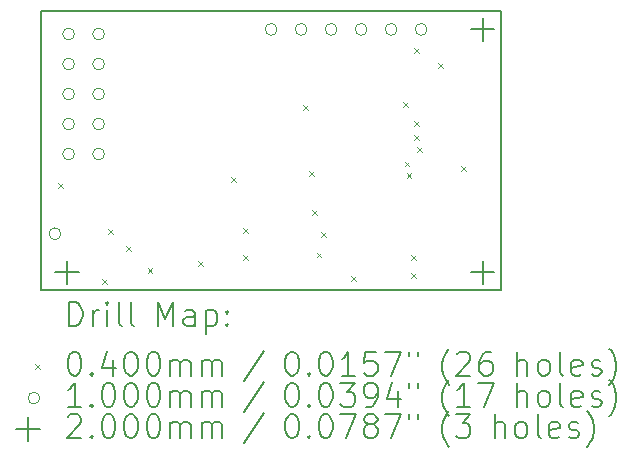
<source format=gbr>
%TF.GenerationSoftware,KiCad,Pcbnew,(7.0.0)*%
%TF.CreationDate,2023-08-21T19:51:53+02:00*%
%TF.ProjectId,s3Basic,73334261-7369-4632-9e6b-696361645f70,rev?*%
%TF.SameCoordinates,Original*%
%TF.FileFunction,Drillmap*%
%TF.FilePolarity,Positive*%
%FSLAX45Y45*%
G04 Gerber Fmt 4.5, Leading zero omitted, Abs format (unit mm)*
G04 Created by KiCad (PCBNEW (7.0.0)) date 2023-08-21 19:51:53*
%MOMM*%
%LPD*%
G01*
G04 APERTURE LIST*
%ADD10C,0.150000*%
%ADD11C,0.200000*%
%ADD12C,0.040000*%
%ADD13C,0.100000*%
G04 APERTURE END LIST*
D10*
X8400000Y-9169400D02*
X12300000Y-9169400D01*
X12300000Y-6807200D02*
X12300000Y-9169400D01*
X8400000Y-9169400D02*
X8400000Y-6807200D01*
X8400000Y-6807200D02*
X12300000Y-6807200D01*
D11*
D12*
X8550000Y-8260000D02*
X8590000Y-8300000D01*
X8590000Y-8260000D02*
X8550000Y-8300000D01*
X8920800Y-9073200D02*
X8960800Y-9113200D01*
X8960800Y-9073200D02*
X8920800Y-9113200D01*
X8970000Y-8650000D02*
X9010000Y-8690000D01*
X9010000Y-8650000D02*
X8970000Y-8690000D01*
X9124000Y-8793800D02*
X9164000Y-8833800D01*
X9164000Y-8793800D02*
X9124000Y-8833800D01*
X9304319Y-8979269D02*
X9344319Y-9019269D01*
X9344319Y-8979269D02*
X9304319Y-9019269D01*
X9733600Y-8920800D02*
X9773600Y-8960800D01*
X9773600Y-8920800D02*
X9733600Y-8960800D01*
X10013000Y-8209600D02*
X10053000Y-8249600D01*
X10053000Y-8209600D02*
X10013000Y-8249600D01*
X10114600Y-8641400D02*
X10154600Y-8681400D01*
X10154600Y-8641400D02*
X10114600Y-8681400D01*
X10114600Y-8870000D02*
X10154600Y-8910000D01*
X10154600Y-8870000D02*
X10114600Y-8910000D01*
X10622600Y-7600000D02*
X10662600Y-7640000D01*
X10662600Y-7600000D02*
X10622600Y-7640000D01*
X10673400Y-8158800D02*
X10713400Y-8198800D01*
X10713400Y-8158800D02*
X10673400Y-8198800D01*
X10698800Y-8489000D02*
X10738800Y-8529000D01*
X10738800Y-8489000D02*
X10698800Y-8529000D01*
X10736900Y-8849600D02*
X10776900Y-8889600D01*
X10776900Y-8849600D02*
X10736900Y-8889600D01*
X10775000Y-8673800D02*
X10815000Y-8713800D01*
X10815000Y-8673800D02*
X10775000Y-8713800D01*
X11029000Y-9047800D02*
X11069000Y-9087800D01*
X11069000Y-9047800D02*
X11029000Y-9087800D01*
X11465412Y-7574176D02*
X11505412Y-7614176D01*
X11505412Y-7574176D02*
X11465412Y-7614176D01*
X11481745Y-8079804D02*
X11521745Y-8119804D01*
X11521745Y-8079804D02*
X11481745Y-8119804D01*
X11497352Y-8178579D02*
X11537352Y-8218579D01*
X11537352Y-8178579D02*
X11497352Y-8218579D01*
X11537000Y-8870000D02*
X11577000Y-8910000D01*
X11577000Y-8870000D02*
X11537000Y-8910000D01*
X11537000Y-9022400D02*
X11577000Y-9062400D01*
X11577000Y-9022400D02*
X11537000Y-9062400D01*
X11562400Y-7117400D02*
X11602400Y-7157400D01*
X11602400Y-7117400D02*
X11562400Y-7157400D01*
X11562400Y-7735400D02*
X11602400Y-7775400D01*
X11602400Y-7735400D02*
X11562400Y-7775400D01*
X11562400Y-7854000D02*
X11602400Y-7894000D01*
X11602400Y-7854000D02*
X11562400Y-7894000D01*
X11586771Y-7959408D02*
X11626771Y-7999408D01*
X11626771Y-7959408D02*
X11586771Y-7999408D01*
X11765600Y-7244400D02*
X11805600Y-7284400D01*
X11805600Y-7244400D02*
X11765600Y-7284400D01*
X11961400Y-8115400D02*
X12001400Y-8155400D01*
X12001400Y-8115400D02*
X11961400Y-8155400D01*
D13*
X8570000Y-8690000D02*
G75*
G03*
X8570000Y-8690000I-50000J0D01*
G01*
X8686000Y-7000000D02*
G75*
G03*
X8686000Y-7000000I-50000J0D01*
G01*
X8686000Y-7254000D02*
G75*
G03*
X8686000Y-7254000I-50000J0D01*
G01*
X8686000Y-7508000D02*
G75*
G03*
X8686000Y-7508000I-50000J0D01*
G01*
X8686000Y-7762000D02*
G75*
G03*
X8686000Y-7762000I-50000J0D01*
G01*
X8686000Y-8016000D02*
G75*
G03*
X8686000Y-8016000I-50000J0D01*
G01*
X8940000Y-7000000D02*
G75*
G03*
X8940000Y-7000000I-50000J0D01*
G01*
X8940000Y-7254000D02*
G75*
G03*
X8940000Y-7254000I-50000J0D01*
G01*
X8940000Y-7508000D02*
G75*
G03*
X8940000Y-7508000I-50000J0D01*
G01*
X8940000Y-7762000D02*
G75*
G03*
X8940000Y-7762000I-50000J0D01*
G01*
X8940000Y-8016000D02*
G75*
G03*
X8940000Y-8016000I-50000J0D01*
G01*
X10400000Y-6959600D02*
G75*
G03*
X10400000Y-6959600I-50000J0D01*
G01*
X10654000Y-6959600D02*
G75*
G03*
X10654000Y-6959600I-50000J0D01*
G01*
X10908000Y-6959600D02*
G75*
G03*
X10908000Y-6959600I-50000J0D01*
G01*
X11162000Y-6959600D02*
G75*
G03*
X11162000Y-6959600I-50000J0D01*
G01*
X11416000Y-6959600D02*
G75*
G03*
X11416000Y-6959600I-50000J0D01*
G01*
X11670000Y-6959600D02*
G75*
G03*
X11670000Y-6959600I-50000J0D01*
G01*
D11*
X8620000Y-8917000D02*
X8620000Y-9117000D01*
X8520000Y-9017000D02*
X8720000Y-9017000D01*
X12141200Y-6859600D02*
X12141200Y-7059600D01*
X12041200Y-6959600D02*
X12241200Y-6959600D01*
X12141200Y-8917000D02*
X12141200Y-9117000D01*
X12041200Y-9017000D02*
X12241200Y-9017000D01*
X8640119Y-9470376D02*
X8640119Y-9270376D01*
X8640119Y-9270376D02*
X8687738Y-9270376D01*
X8687738Y-9270376D02*
X8716310Y-9279900D01*
X8716310Y-9279900D02*
X8735357Y-9298948D01*
X8735357Y-9298948D02*
X8744881Y-9317995D01*
X8744881Y-9317995D02*
X8754405Y-9356090D01*
X8754405Y-9356090D02*
X8754405Y-9384662D01*
X8754405Y-9384662D02*
X8744881Y-9422757D01*
X8744881Y-9422757D02*
X8735357Y-9441805D01*
X8735357Y-9441805D02*
X8716310Y-9460852D01*
X8716310Y-9460852D02*
X8687738Y-9470376D01*
X8687738Y-9470376D02*
X8640119Y-9470376D01*
X8840119Y-9470376D02*
X8840119Y-9337043D01*
X8840119Y-9375138D02*
X8849643Y-9356090D01*
X8849643Y-9356090D02*
X8859167Y-9346567D01*
X8859167Y-9346567D02*
X8878214Y-9337043D01*
X8878214Y-9337043D02*
X8897262Y-9337043D01*
X8963929Y-9470376D02*
X8963929Y-9337043D01*
X8963929Y-9270376D02*
X8954405Y-9279900D01*
X8954405Y-9279900D02*
X8963929Y-9289424D01*
X8963929Y-9289424D02*
X8973452Y-9279900D01*
X8973452Y-9279900D02*
X8963929Y-9270376D01*
X8963929Y-9270376D02*
X8963929Y-9289424D01*
X9087738Y-9470376D02*
X9068690Y-9460852D01*
X9068690Y-9460852D02*
X9059167Y-9441805D01*
X9059167Y-9441805D02*
X9059167Y-9270376D01*
X9192500Y-9470376D02*
X9173452Y-9460852D01*
X9173452Y-9460852D02*
X9163929Y-9441805D01*
X9163929Y-9441805D02*
X9163929Y-9270376D01*
X9388690Y-9470376D02*
X9388690Y-9270376D01*
X9388690Y-9270376D02*
X9455357Y-9413233D01*
X9455357Y-9413233D02*
X9522024Y-9270376D01*
X9522024Y-9270376D02*
X9522024Y-9470376D01*
X9702976Y-9470376D02*
X9702976Y-9365614D01*
X9702976Y-9365614D02*
X9693452Y-9346567D01*
X9693452Y-9346567D02*
X9674405Y-9337043D01*
X9674405Y-9337043D02*
X9636309Y-9337043D01*
X9636309Y-9337043D02*
X9617262Y-9346567D01*
X9702976Y-9460852D02*
X9683929Y-9470376D01*
X9683929Y-9470376D02*
X9636309Y-9470376D01*
X9636309Y-9470376D02*
X9617262Y-9460852D01*
X9617262Y-9460852D02*
X9607738Y-9441805D01*
X9607738Y-9441805D02*
X9607738Y-9422757D01*
X9607738Y-9422757D02*
X9617262Y-9403710D01*
X9617262Y-9403710D02*
X9636309Y-9394186D01*
X9636309Y-9394186D02*
X9683929Y-9394186D01*
X9683929Y-9394186D02*
X9702976Y-9384662D01*
X9798214Y-9337043D02*
X9798214Y-9537043D01*
X9798214Y-9346567D02*
X9817262Y-9337043D01*
X9817262Y-9337043D02*
X9855357Y-9337043D01*
X9855357Y-9337043D02*
X9874405Y-9346567D01*
X9874405Y-9346567D02*
X9883929Y-9356090D01*
X9883929Y-9356090D02*
X9893452Y-9375138D01*
X9893452Y-9375138D02*
X9893452Y-9432281D01*
X9893452Y-9432281D02*
X9883929Y-9451329D01*
X9883929Y-9451329D02*
X9874405Y-9460852D01*
X9874405Y-9460852D02*
X9855357Y-9470376D01*
X9855357Y-9470376D02*
X9817262Y-9470376D01*
X9817262Y-9470376D02*
X9798214Y-9460852D01*
X9979167Y-9451329D02*
X9988690Y-9460852D01*
X9988690Y-9460852D02*
X9979167Y-9470376D01*
X9979167Y-9470376D02*
X9969643Y-9460852D01*
X9969643Y-9460852D02*
X9979167Y-9451329D01*
X9979167Y-9451329D02*
X9979167Y-9470376D01*
X9979167Y-9346567D02*
X9988690Y-9356090D01*
X9988690Y-9356090D02*
X9979167Y-9365614D01*
X9979167Y-9365614D02*
X9969643Y-9356090D01*
X9969643Y-9356090D02*
X9979167Y-9346567D01*
X9979167Y-9346567D02*
X9979167Y-9365614D01*
D12*
X8352500Y-9796900D02*
X8392500Y-9836900D01*
X8392500Y-9796900D02*
X8352500Y-9836900D01*
D11*
X8678214Y-9690376D02*
X8697262Y-9690376D01*
X8697262Y-9690376D02*
X8716310Y-9699900D01*
X8716310Y-9699900D02*
X8725833Y-9709424D01*
X8725833Y-9709424D02*
X8735357Y-9728471D01*
X8735357Y-9728471D02*
X8744881Y-9766567D01*
X8744881Y-9766567D02*
X8744881Y-9814186D01*
X8744881Y-9814186D02*
X8735357Y-9852281D01*
X8735357Y-9852281D02*
X8725833Y-9871329D01*
X8725833Y-9871329D02*
X8716310Y-9880852D01*
X8716310Y-9880852D02*
X8697262Y-9890376D01*
X8697262Y-9890376D02*
X8678214Y-9890376D01*
X8678214Y-9890376D02*
X8659167Y-9880852D01*
X8659167Y-9880852D02*
X8649643Y-9871329D01*
X8649643Y-9871329D02*
X8640119Y-9852281D01*
X8640119Y-9852281D02*
X8630595Y-9814186D01*
X8630595Y-9814186D02*
X8630595Y-9766567D01*
X8630595Y-9766567D02*
X8640119Y-9728471D01*
X8640119Y-9728471D02*
X8649643Y-9709424D01*
X8649643Y-9709424D02*
X8659167Y-9699900D01*
X8659167Y-9699900D02*
X8678214Y-9690376D01*
X8830595Y-9871329D02*
X8840119Y-9880852D01*
X8840119Y-9880852D02*
X8830595Y-9890376D01*
X8830595Y-9890376D02*
X8821071Y-9880852D01*
X8821071Y-9880852D02*
X8830595Y-9871329D01*
X8830595Y-9871329D02*
X8830595Y-9890376D01*
X9011548Y-9757043D02*
X9011548Y-9890376D01*
X8963929Y-9680852D02*
X8916310Y-9823710D01*
X8916310Y-9823710D02*
X9040119Y-9823710D01*
X9154405Y-9690376D02*
X9173452Y-9690376D01*
X9173452Y-9690376D02*
X9192500Y-9699900D01*
X9192500Y-9699900D02*
X9202024Y-9709424D01*
X9202024Y-9709424D02*
X9211548Y-9728471D01*
X9211548Y-9728471D02*
X9221071Y-9766567D01*
X9221071Y-9766567D02*
X9221071Y-9814186D01*
X9221071Y-9814186D02*
X9211548Y-9852281D01*
X9211548Y-9852281D02*
X9202024Y-9871329D01*
X9202024Y-9871329D02*
X9192500Y-9880852D01*
X9192500Y-9880852D02*
X9173452Y-9890376D01*
X9173452Y-9890376D02*
X9154405Y-9890376D01*
X9154405Y-9890376D02*
X9135357Y-9880852D01*
X9135357Y-9880852D02*
X9125833Y-9871329D01*
X9125833Y-9871329D02*
X9116310Y-9852281D01*
X9116310Y-9852281D02*
X9106786Y-9814186D01*
X9106786Y-9814186D02*
X9106786Y-9766567D01*
X9106786Y-9766567D02*
X9116310Y-9728471D01*
X9116310Y-9728471D02*
X9125833Y-9709424D01*
X9125833Y-9709424D02*
X9135357Y-9699900D01*
X9135357Y-9699900D02*
X9154405Y-9690376D01*
X9344881Y-9690376D02*
X9363929Y-9690376D01*
X9363929Y-9690376D02*
X9382976Y-9699900D01*
X9382976Y-9699900D02*
X9392500Y-9709424D01*
X9392500Y-9709424D02*
X9402024Y-9728471D01*
X9402024Y-9728471D02*
X9411548Y-9766567D01*
X9411548Y-9766567D02*
X9411548Y-9814186D01*
X9411548Y-9814186D02*
X9402024Y-9852281D01*
X9402024Y-9852281D02*
X9392500Y-9871329D01*
X9392500Y-9871329D02*
X9382976Y-9880852D01*
X9382976Y-9880852D02*
X9363929Y-9890376D01*
X9363929Y-9890376D02*
X9344881Y-9890376D01*
X9344881Y-9890376D02*
X9325833Y-9880852D01*
X9325833Y-9880852D02*
X9316310Y-9871329D01*
X9316310Y-9871329D02*
X9306786Y-9852281D01*
X9306786Y-9852281D02*
X9297262Y-9814186D01*
X9297262Y-9814186D02*
X9297262Y-9766567D01*
X9297262Y-9766567D02*
X9306786Y-9728471D01*
X9306786Y-9728471D02*
X9316310Y-9709424D01*
X9316310Y-9709424D02*
X9325833Y-9699900D01*
X9325833Y-9699900D02*
X9344881Y-9690376D01*
X9497262Y-9890376D02*
X9497262Y-9757043D01*
X9497262Y-9776090D02*
X9506786Y-9766567D01*
X9506786Y-9766567D02*
X9525833Y-9757043D01*
X9525833Y-9757043D02*
X9554405Y-9757043D01*
X9554405Y-9757043D02*
X9573452Y-9766567D01*
X9573452Y-9766567D02*
X9582976Y-9785614D01*
X9582976Y-9785614D02*
X9582976Y-9890376D01*
X9582976Y-9785614D02*
X9592500Y-9766567D01*
X9592500Y-9766567D02*
X9611548Y-9757043D01*
X9611548Y-9757043D02*
X9640119Y-9757043D01*
X9640119Y-9757043D02*
X9659167Y-9766567D01*
X9659167Y-9766567D02*
X9668691Y-9785614D01*
X9668691Y-9785614D02*
X9668691Y-9890376D01*
X9763929Y-9890376D02*
X9763929Y-9757043D01*
X9763929Y-9776090D02*
X9773452Y-9766567D01*
X9773452Y-9766567D02*
X9792500Y-9757043D01*
X9792500Y-9757043D02*
X9821072Y-9757043D01*
X9821072Y-9757043D02*
X9840119Y-9766567D01*
X9840119Y-9766567D02*
X9849643Y-9785614D01*
X9849643Y-9785614D02*
X9849643Y-9890376D01*
X9849643Y-9785614D02*
X9859167Y-9766567D01*
X9859167Y-9766567D02*
X9878214Y-9757043D01*
X9878214Y-9757043D02*
X9906786Y-9757043D01*
X9906786Y-9757043D02*
X9925833Y-9766567D01*
X9925833Y-9766567D02*
X9935357Y-9785614D01*
X9935357Y-9785614D02*
X9935357Y-9890376D01*
X10293452Y-9680852D02*
X10122024Y-9937995D01*
X10518214Y-9690376D02*
X10537262Y-9690376D01*
X10537262Y-9690376D02*
X10556310Y-9699900D01*
X10556310Y-9699900D02*
X10565833Y-9709424D01*
X10565833Y-9709424D02*
X10575357Y-9728471D01*
X10575357Y-9728471D02*
X10584881Y-9766567D01*
X10584881Y-9766567D02*
X10584881Y-9814186D01*
X10584881Y-9814186D02*
X10575357Y-9852281D01*
X10575357Y-9852281D02*
X10565833Y-9871329D01*
X10565833Y-9871329D02*
X10556310Y-9880852D01*
X10556310Y-9880852D02*
X10537262Y-9890376D01*
X10537262Y-9890376D02*
X10518214Y-9890376D01*
X10518214Y-9890376D02*
X10499167Y-9880852D01*
X10499167Y-9880852D02*
X10489643Y-9871329D01*
X10489643Y-9871329D02*
X10480119Y-9852281D01*
X10480119Y-9852281D02*
X10470595Y-9814186D01*
X10470595Y-9814186D02*
X10470595Y-9766567D01*
X10470595Y-9766567D02*
X10480119Y-9728471D01*
X10480119Y-9728471D02*
X10489643Y-9709424D01*
X10489643Y-9709424D02*
X10499167Y-9699900D01*
X10499167Y-9699900D02*
X10518214Y-9690376D01*
X10670595Y-9871329D02*
X10680119Y-9880852D01*
X10680119Y-9880852D02*
X10670595Y-9890376D01*
X10670595Y-9890376D02*
X10661072Y-9880852D01*
X10661072Y-9880852D02*
X10670595Y-9871329D01*
X10670595Y-9871329D02*
X10670595Y-9890376D01*
X10803929Y-9690376D02*
X10822976Y-9690376D01*
X10822976Y-9690376D02*
X10842024Y-9699900D01*
X10842024Y-9699900D02*
X10851548Y-9709424D01*
X10851548Y-9709424D02*
X10861072Y-9728471D01*
X10861072Y-9728471D02*
X10870595Y-9766567D01*
X10870595Y-9766567D02*
X10870595Y-9814186D01*
X10870595Y-9814186D02*
X10861072Y-9852281D01*
X10861072Y-9852281D02*
X10851548Y-9871329D01*
X10851548Y-9871329D02*
X10842024Y-9880852D01*
X10842024Y-9880852D02*
X10822976Y-9890376D01*
X10822976Y-9890376D02*
X10803929Y-9890376D01*
X10803929Y-9890376D02*
X10784881Y-9880852D01*
X10784881Y-9880852D02*
X10775357Y-9871329D01*
X10775357Y-9871329D02*
X10765833Y-9852281D01*
X10765833Y-9852281D02*
X10756310Y-9814186D01*
X10756310Y-9814186D02*
X10756310Y-9766567D01*
X10756310Y-9766567D02*
X10765833Y-9728471D01*
X10765833Y-9728471D02*
X10775357Y-9709424D01*
X10775357Y-9709424D02*
X10784881Y-9699900D01*
X10784881Y-9699900D02*
X10803929Y-9690376D01*
X11061072Y-9890376D02*
X10946786Y-9890376D01*
X11003929Y-9890376D02*
X11003929Y-9690376D01*
X11003929Y-9690376D02*
X10984881Y-9718948D01*
X10984881Y-9718948D02*
X10965833Y-9737995D01*
X10965833Y-9737995D02*
X10946786Y-9747519D01*
X11242024Y-9690376D02*
X11146786Y-9690376D01*
X11146786Y-9690376D02*
X11137262Y-9785614D01*
X11137262Y-9785614D02*
X11146786Y-9776090D01*
X11146786Y-9776090D02*
X11165833Y-9766567D01*
X11165833Y-9766567D02*
X11213452Y-9766567D01*
X11213452Y-9766567D02*
X11232500Y-9776090D01*
X11232500Y-9776090D02*
X11242024Y-9785614D01*
X11242024Y-9785614D02*
X11251548Y-9804662D01*
X11251548Y-9804662D02*
X11251548Y-9852281D01*
X11251548Y-9852281D02*
X11242024Y-9871329D01*
X11242024Y-9871329D02*
X11232500Y-9880852D01*
X11232500Y-9880852D02*
X11213452Y-9890376D01*
X11213452Y-9890376D02*
X11165833Y-9890376D01*
X11165833Y-9890376D02*
X11146786Y-9880852D01*
X11146786Y-9880852D02*
X11137262Y-9871329D01*
X11318214Y-9690376D02*
X11451548Y-9690376D01*
X11451548Y-9690376D02*
X11365833Y-9890376D01*
X11518214Y-9690376D02*
X11518214Y-9728471D01*
X11594405Y-9690376D02*
X11594405Y-9728471D01*
X11857262Y-9966567D02*
X11847738Y-9957043D01*
X11847738Y-9957043D02*
X11828691Y-9928471D01*
X11828691Y-9928471D02*
X11819167Y-9909424D01*
X11819167Y-9909424D02*
X11809643Y-9880852D01*
X11809643Y-9880852D02*
X11800119Y-9833233D01*
X11800119Y-9833233D02*
X11800119Y-9795138D01*
X11800119Y-9795138D02*
X11809643Y-9747519D01*
X11809643Y-9747519D02*
X11819167Y-9718948D01*
X11819167Y-9718948D02*
X11828691Y-9699900D01*
X11828691Y-9699900D02*
X11847738Y-9671329D01*
X11847738Y-9671329D02*
X11857262Y-9661805D01*
X11923929Y-9709424D02*
X11933452Y-9699900D01*
X11933452Y-9699900D02*
X11952500Y-9690376D01*
X11952500Y-9690376D02*
X12000119Y-9690376D01*
X12000119Y-9690376D02*
X12019167Y-9699900D01*
X12019167Y-9699900D02*
X12028691Y-9709424D01*
X12028691Y-9709424D02*
X12038214Y-9728471D01*
X12038214Y-9728471D02*
X12038214Y-9747519D01*
X12038214Y-9747519D02*
X12028691Y-9776090D01*
X12028691Y-9776090D02*
X11914405Y-9890376D01*
X11914405Y-9890376D02*
X12038214Y-9890376D01*
X12209643Y-9690376D02*
X12171548Y-9690376D01*
X12171548Y-9690376D02*
X12152500Y-9699900D01*
X12152500Y-9699900D02*
X12142976Y-9709424D01*
X12142976Y-9709424D02*
X12123929Y-9737995D01*
X12123929Y-9737995D02*
X12114405Y-9776090D01*
X12114405Y-9776090D02*
X12114405Y-9852281D01*
X12114405Y-9852281D02*
X12123929Y-9871329D01*
X12123929Y-9871329D02*
X12133452Y-9880852D01*
X12133452Y-9880852D02*
X12152500Y-9890376D01*
X12152500Y-9890376D02*
X12190595Y-9890376D01*
X12190595Y-9890376D02*
X12209643Y-9880852D01*
X12209643Y-9880852D02*
X12219167Y-9871329D01*
X12219167Y-9871329D02*
X12228691Y-9852281D01*
X12228691Y-9852281D02*
X12228691Y-9804662D01*
X12228691Y-9804662D02*
X12219167Y-9785614D01*
X12219167Y-9785614D02*
X12209643Y-9776090D01*
X12209643Y-9776090D02*
X12190595Y-9766567D01*
X12190595Y-9766567D02*
X12152500Y-9766567D01*
X12152500Y-9766567D02*
X12133452Y-9776090D01*
X12133452Y-9776090D02*
X12123929Y-9785614D01*
X12123929Y-9785614D02*
X12114405Y-9804662D01*
X12434405Y-9890376D02*
X12434405Y-9690376D01*
X12520119Y-9890376D02*
X12520119Y-9785614D01*
X12520119Y-9785614D02*
X12510595Y-9766567D01*
X12510595Y-9766567D02*
X12491548Y-9757043D01*
X12491548Y-9757043D02*
X12462976Y-9757043D01*
X12462976Y-9757043D02*
X12443929Y-9766567D01*
X12443929Y-9766567D02*
X12434405Y-9776090D01*
X12643929Y-9890376D02*
X12624881Y-9880852D01*
X12624881Y-9880852D02*
X12615357Y-9871329D01*
X12615357Y-9871329D02*
X12605833Y-9852281D01*
X12605833Y-9852281D02*
X12605833Y-9795138D01*
X12605833Y-9795138D02*
X12615357Y-9776090D01*
X12615357Y-9776090D02*
X12624881Y-9766567D01*
X12624881Y-9766567D02*
X12643929Y-9757043D01*
X12643929Y-9757043D02*
X12672500Y-9757043D01*
X12672500Y-9757043D02*
X12691548Y-9766567D01*
X12691548Y-9766567D02*
X12701072Y-9776090D01*
X12701072Y-9776090D02*
X12710595Y-9795138D01*
X12710595Y-9795138D02*
X12710595Y-9852281D01*
X12710595Y-9852281D02*
X12701072Y-9871329D01*
X12701072Y-9871329D02*
X12691548Y-9880852D01*
X12691548Y-9880852D02*
X12672500Y-9890376D01*
X12672500Y-9890376D02*
X12643929Y-9890376D01*
X12824881Y-9890376D02*
X12805833Y-9880852D01*
X12805833Y-9880852D02*
X12796310Y-9861805D01*
X12796310Y-9861805D02*
X12796310Y-9690376D01*
X12977262Y-9880852D02*
X12958214Y-9890376D01*
X12958214Y-9890376D02*
X12920119Y-9890376D01*
X12920119Y-9890376D02*
X12901072Y-9880852D01*
X12901072Y-9880852D02*
X12891548Y-9861805D01*
X12891548Y-9861805D02*
X12891548Y-9785614D01*
X12891548Y-9785614D02*
X12901072Y-9766567D01*
X12901072Y-9766567D02*
X12920119Y-9757043D01*
X12920119Y-9757043D02*
X12958214Y-9757043D01*
X12958214Y-9757043D02*
X12977262Y-9766567D01*
X12977262Y-9766567D02*
X12986786Y-9785614D01*
X12986786Y-9785614D02*
X12986786Y-9804662D01*
X12986786Y-9804662D02*
X12891548Y-9823710D01*
X13062976Y-9880852D02*
X13082024Y-9890376D01*
X13082024Y-9890376D02*
X13120119Y-9890376D01*
X13120119Y-9890376D02*
X13139167Y-9880852D01*
X13139167Y-9880852D02*
X13148691Y-9861805D01*
X13148691Y-9861805D02*
X13148691Y-9852281D01*
X13148691Y-9852281D02*
X13139167Y-9833233D01*
X13139167Y-9833233D02*
X13120119Y-9823710D01*
X13120119Y-9823710D02*
X13091548Y-9823710D01*
X13091548Y-9823710D02*
X13072500Y-9814186D01*
X13072500Y-9814186D02*
X13062976Y-9795138D01*
X13062976Y-9795138D02*
X13062976Y-9785614D01*
X13062976Y-9785614D02*
X13072500Y-9766567D01*
X13072500Y-9766567D02*
X13091548Y-9757043D01*
X13091548Y-9757043D02*
X13120119Y-9757043D01*
X13120119Y-9757043D02*
X13139167Y-9766567D01*
X13215357Y-9966567D02*
X13224881Y-9957043D01*
X13224881Y-9957043D02*
X13243929Y-9928471D01*
X13243929Y-9928471D02*
X13253453Y-9909424D01*
X13253453Y-9909424D02*
X13262976Y-9880852D01*
X13262976Y-9880852D02*
X13272500Y-9833233D01*
X13272500Y-9833233D02*
X13272500Y-9795138D01*
X13272500Y-9795138D02*
X13262976Y-9747519D01*
X13262976Y-9747519D02*
X13253453Y-9718948D01*
X13253453Y-9718948D02*
X13243929Y-9699900D01*
X13243929Y-9699900D02*
X13224881Y-9671329D01*
X13224881Y-9671329D02*
X13215357Y-9661805D01*
D13*
X8392500Y-10080900D02*
G75*
G03*
X8392500Y-10080900I-50000J0D01*
G01*
D11*
X8744881Y-10154376D02*
X8630595Y-10154376D01*
X8687738Y-10154376D02*
X8687738Y-9954376D01*
X8687738Y-9954376D02*
X8668690Y-9982948D01*
X8668690Y-9982948D02*
X8649643Y-10001995D01*
X8649643Y-10001995D02*
X8630595Y-10011519D01*
X8830595Y-10135329D02*
X8840119Y-10144852D01*
X8840119Y-10144852D02*
X8830595Y-10154376D01*
X8830595Y-10154376D02*
X8821071Y-10144852D01*
X8821071Y-10144852D02*
X8830595Y-10135329D01*
X8830595Y-10135329D02*
X8830595Y-10154376D01*
X8963929Y-9954376D02*
X8982976Y-9954376D01*
X8982976Y-9954376D02*
X9002024Y-9963900D01*
X9002024Y-9963900D02*
X9011548Y-9973424D01*
X9011548Y-9973424D02*
X9021071Y-9992471D01*
X9021071Y-9992471D02*
X9030595Y-10030567D01*
X9030595Y-10030567D02*
X9030595Y-10078186D01*
X9030595Y-10078186D02*
X9021071Y-10116281D01*
X9021071Y-10116281D02*
X9011548Y-10135329D01*
X9011548Y-10135329D02*
X9002024Y-10144852D01*
X9002024Y-10144852D02*
X8982976Y-10154376D01*
X8982976Y-10154376D02*
X8963929Y-10154376D01*
X8963929Y-10154376D02*
X8944881Y-10144852D01*
X8944881Y-10144852D02*
X8935357Y-10135329D01*
X8935357Y-10135329D02*
X8925833Y-10116281D01*
X8925833Y-10116281D02*
X8916310Y-10078186D01*
X8916310Y-10078186D02*
X8916310Y-10030567D01*
X8916310Y-10030567D02*
X8925833Y-9992471D01*
X8925833Y-9992471D02*
X8935357Y-9973424D01*
X8935357Y-9973424D02*
X8944881Y-9963900D01*
X8944881Y-9963900D02*
X8963929Y-9954376D01*
X9154405Y-9954376D02*
X9173452Y-9954376D01*
X9173452Y-9954376D02*
X9192500Y-9963900D01*
X9192500Y-9963900D02*
X9202024Y-9973424D01*
X9202024Y-9973424D02*
X9211548Y-9992471D01*
X9211548Y-9992471D02*
X9221071Y-10030567D01*
X9221071Y-10030567D02*
X9221071Y-10078186D01*
X9221071Y-10078186D02*
X9211548Y-10116281D01*
X9211548Y-10116281D02*
X9202024Y-10135329D01*
X9202024Y-10135329D02*
X9192500Y-10144852D01*
X9192500Y-10144852D02*
X9173452Y-10154376D01*
X9173452Y-10154376D02*
X9154405Y-10154376D01*
X9154405Y-10154376D02*
X9135357Y-10144852D01*
X9135357Y-10144852D02*
X9125833Y-10135329D01*
X9125833Y-10135329D02*
X9116310Y-10116281D01*
X9116310Y-10116281D02*
X9106786Y-10078186D01*
X9106786Y-10078186D02*
X9106786Y-10030567D01*
X9106786Y-10030567D02*
X9116310Y-9992471D01*
X9116310Y-9992471D02*
X9125833Y-9973424D01*
X9125833Y-9973424D02*
X9135357Y-9963900D01*
X9135357Y-9963900D02*
X9154405Y-9954376D01*
X9344881Y-9954376D02*
X9363929Y-9954376D01*
X9363929Y-9954376D02*
X9382976Y-9963900D01*
X9382976Y-9963900D02*
X9392500Y-9973424D01*
X9392500Y-9973424D02*
X9402024Y-9992471D01*
X9402024Y-9992471D02*
X9411548Y-10030567D01*
X9411548Y-10030567D02*
X9411548Y-10078186D01*
X9411548Y-10078186D02*
X9402024Y-10116281D01*
X9402024Y-10116281D02*
X9392500Y-10135329D01*
X9392500Y-10135329D02*
X9382976Y-10144852D01*
X9382976Y-10144852D02*
X9363929Y-10154376D01*
X9363929Y-10154376D02*
X9344881Y-10154376D01*
X9344881Y-10154376D02*
X9325833Y-10144852D01*
X9325833Y-10144852D02*
X9316310Y-10135329D01*
X9316310Y-10135329D02*
X9306786Y-10116281D01*
X9306786Y-10116281D02*
X9297262Y-10078186D01*
X9297262Y-10078186D02*
X9297262Y-10030567D01*
X9297262Y-10030567D02*
X9306786Y-9992471D01*
X9306786Y-9992471D02*
X9316310Y-9973424D01*
X9316310Y-9973424D02*
X9325833Y-9963900D01*
X9325833Y-9963900D02*
X9344881Y-9954376D01*
X9497262Y-10154376D02*
X9497262Y-10021043D01*
X9497262Y-10040090D02*
X9506786Y-10030567D01*
X9506786Y-10030567D02*
X9525833Y-10021043D01*
X9525833Y-10021043D02*
X9554405Y-10021043D01*
X9554405Y-10021043D02*
X9573452Y-10030567D01*
X9573452Y-10030567D02*
X9582976Y-10049614D01*
X9582976Y-10049614D02*
X9582976Y-10154376D01*
X9582976Y-10049614D02*
X9592500Y-10030567D01*
X9592500Y-10030567D02*
X9611548Y-10021043D01*
X9611548Y-10021043D02*
X9640119Y-10021043D01*
X9640119Y-10021043D02*
X9659167Y-10030567D01*
X9659167Y-10030567D02*
X9668691Y-10049614D01*
X9668691Y-10049614D02*
X9668691Y-10154376D01*
X9763929Y-10154376D02*
X9763929Y-10021043D01*
X9763929Y-10040090D02*
X9773452Y-10030567D01*
X9773452Y-10030567D02*
X9792500Y-10021043D01*
X9792500Y-10021043D02*
X9821072Y-10021043D01*
X9821072Y-10021043D02*
X9840119Y-10030567D01*
X9840119Y-10030567D02*
X9849643Y-10049614D01*
X9849643Y-10049614D02*
X9849643Y-10154376D01*
X9849643Y-10049614D02*
X9859167Y-10030567D01*
X9859167Y-10030567D02*
X9878214Y-10021043D01*
X9878214Y-10021043D02*
X9906786Y-10021043D01*
X9906786Y-10021043D02*
X9925833Y-10030567D01*
X9925833Y-10030567D02*
X9935357Y-10049614D01*
X9935357Y-10049614D02*
X9935357Y-10154376D01*
X10293452Y-9944852D02*
X10122024Y-10201995D01*
X10518214Y-9954376D02*
X10537262Y-9954376D01*
X10537262Y-9954376D02*
X10556310Y-9963900D01*
X10556310Y-9963900D02*
X10565833Y-9973424D01*
X10565833Y-9973424D02*
X10575357Y-9992471D01*
X10575357Y-9992471D02*
X10584881Y-10030567D01*
X10584881Y-10030567D02*
X10584881Y-10078186D01*
X10584881Y-10078186D02*
X10575357Y-10116281D01*
X10575357Y-10116281D02*
X10565833Y-10135329D01*
X10565833Y-10135329D02*
X10556310Y-10144852D01*
X10556310Y-10144852D02*
X10537262Y-10154376D01*
X10537262Y-10154376D02*
X10518214Y-10154376D01*
X10518214Y-10154376D02*
X10499167Y-10144852D01*
X10499167Y-10144852D02*
X10489643Y-10135329D01*
X10489643Y-10135329D02*
X10480119Y-10116281D01*
X10480119Y-10116281D02*
X10470595Y-10078186D01*
X10470595Y-10078186D02*
X10470595Y-10030567D01*
X10470595Y-10030567D02*
X10480119Y-9992471D01*
X10480119Y-9992471D02*
X10489643Y-9973424D01*
X10489643Y-9973424D02*
X10499167Y-9963900D01*
X10499167Y-9963900D02*
X10518214Y-9954376D01*
X10670595Y-10135329D02*
X10680119Y-10144852D01*
X10680119Y-10144852D02*
X10670595Y-10154376D01*
X10670595Y-10154376D02*
X10661072Y-10144852D01*
X10661072Y-10144852D02*
X10670595Y-10135329D01*
X10670595Y-10135329D02*
X10670595Y-10154376D01*
X10803929Y-9954376D02*
X10822976Y-9954376D01*
X10822976Y-9954376D02*
X10842024Y-9963900D01*
X10842024Y-9963900D02*
X10851548Y-9973424D01*
X10851548Y-9973424D02*
X10861072Y-9992471D01*
X10861072Y-9992471D02*
X10870595Y-10030567D01*
X10870595Y-10030567D02*
X10870595Y-10078186D01*
X10870595Y-10078186D02*
X10861072Y-10116281D01*
X10861072Y-10116281D02*
X10851548Y-10135329D01*
X10851548Y-10135329D02*
X10842024Y-10144852D01*
X10842024Y-10144852D02*
X10822976Y-10154376D01*
X10822976Y-10154376D02*
X10803929Y-10154376D01*
X10803929Y-10154376D02*
X10784881Y-10144852D01*
X10784881Y-10144852D02*
X10775357Y-10135329D01*
X10775357Y-10135329D02*
X10765833Y-10116281D01*
X10765833Y-10116281D02*
X10756310Y-10078186D01*
X10756310Y-10078186D02*
X10756310Y-10030567D01*
X10756310Y-10030567D02*
X10765833Y-9992471D01*
X10765833Y-9992471D02*
X10775357Y-9973424D01*
X10775357Y-9973424D02*
X10784881Y-9963900D01*
X10784881Y-9963900D02*
X10803929Y-9954376D01*
X10937262Y-9954376D02*
X11061072Y-9954376D01*
X11061072Y-9954376D02*
X10994405Y-10030567D01*
X10994405Y-10030567D02*
X11022976Y-10030567D01*
X11022976Y-10030567D02*
X11042024Y-10040090D01*
X11042024Y-10040090D02*
X11051548Y-10049614D01*
X11051548Y-10049614D02*
X11061072Y-10068662D01*
X11061072Y-10068662D02*
X11061072Y-10116281D01*
X11061072Y-10116281D02*
X11051548Y-10135329D01*
X11051548Y-10135329D02*
X11042024Y-10144852D01*
X11042024Y-10144852D02*
X11022976Y-10154376D01*
X11022976Y-10154376D02*
X10965833Y-10154376D01*
X10965833Y-10154376D02*
X10946786Y-10144852D01*
X10946786Y-10144852D02*
X10937262Y-10135329D01*
X11156310Y-10154376D02*
X11194405Y-10154376D01*
X11194405Y-10154376D02*
X11213452Y-10144852D01*
X11213452Y-10144852D02*
X11222976Y-10135329D01*
X11222976Y-10135329D02*
X11242024Y-10106757D01*
X11242024Y-10106757D02*
X11251548Y-10068662D01*
X11251548Y-10068662D02*
X11251548Y-9992471D01*
X11251548Y-9992471D02*
X11242024Y-9973424D01*
X11242024Y-9973424D02*
X11232500Y-9963900D01*
X11232500Y-9963900D02*
X11213452Y-9954376D01*
X11213452Y-9954376D02*
X11175357Y-9954376D01*
X11175357Y-9954376D02*
X11156310Y-9963900D01*
X11156310Y-9963900D02*
X11146786Y-9973424D01*
X11146786Y-9973424D02*
X11137262Y-9992471D01*
X11137262Y-9992471D02*
X11137262Y-10040090D01*
X11137262Y-10040090D02*
X11146786Y-10059138D01*
X11146786Y-10059138D02*
X11156310Y-10068662D01*
X11156310Y-10068662D02*
X11175357Y-10078186D01*
X11175357Y-10078186D02*
X11213452Y-10078186D01*
X11213452Y-10078186D02*
X11232500Y-10068662D01*
X11232500Y-10068662D02*
X11242024Y-10059138D01*
X11242024Y-10059138D02*
X11251548Y-10040090D01*
X11422976Y-10021043D02*
X11422976Y-10154376D01*
X11375357Y-9944852D02*
X11327738Y-10087710D01*
X11327738Y-10087710D02*
X11451548Y-10087710D01*
X11518214Y-9954376D02*
X11518214Y-9992471D01*
X11594405Y-9954376D02*
X11594405Y-9992471D01*
X11857262Y-10230567D02*
X11847738Y-10221043D01*
X11847738Y-10221043D02*
X11828691Y-10192471D01*
X11828691Y-10192471D02*
X11819167Y-10173424D01*
X11819167Y-10173424D02*
X11809643Y-10144852D01*
X11809643Y-10144852D02*
X11800119Y-10097233D01*
X11800119Y-10097233D02*
X11800119Y-10059138D01*
X11800119Y-10059138D02*
X11809643Y-10011519D01*
X11809643Y-10011519D02*
X11819167Y-9982948D01*
X11819167Y-9982948D02*
X11828691Y-9963900D01*
X11828691Y-9963900D02*
X11847738Y-9935329D01*
X11847738Y-9935329D02*
X11857262Y-9925805D01*
X12038214Y-10154376D02*
X11923929Y-10154376D01*
X11981071Y-10154376D02*
X11981071Y-9954376D01*
X11981071Y-9954376D02*
X11962024Y-9982948D01*
X11962024Y-9982948D02*
X11942976Y-10001995D01*
X11942976Y-10001995D02*
X11923929Y-10011519D01*
X12104881Y-9954376D02*
X12238214Y-9954376D01*
X12238214Y-9954376D02*
X12152500Y-10154376D01*
X12434405Y-10154376D02*
X12434405Y-9954376D01*
X12520119Y-10154376D02*
X12520119Y-10049614D01*
X12520119Y-10049614D02*
X12510595Y-10030567D01*
X12510595Y-10030567D02*
X12491548Y-10021043D01*
X12491548Y-10021043D02*
X12462976Y-10021043D01*
X12462976Y-10021043D02*
X12443929Y-10030567D01*
X12443929Y-10030567D02*
X12434405Y-10040090D01*
X12643929Y-10154376D02*
X12624881Y-10144852D01*
X12624881Y-10144852D02*
X12615357Y-10135329D01*
X12615357Y-10135329D02*
X12605833Y-10116281D01*
X12605833Y-10116281D02*
X12605833Y-10059138D01*
X12605833Y-10059138D02*
X12615357Y-10040090D01*
X12615357Y-10040090D02*
X12624881Y-10030567D01*
X12624881Y-10030567D02*
X12643929Y-10021043D01*
X12643929Y-10021043D02*
X12672500Y-10021043D01*
X12672500Y-10021043D02*
X12691548Y-10030567D01*
X12691548Y-10030567D02*
X12701072Y-10040090D01*
X12701072Y-10040090D02*
X12710595Y-10059138D01*
X12710595Y-10059138D02*
X12710595Y-10116281D01*
X12710595Y-10116281D02*
X12701072Y-10135329D01*
X12701072Y-10135329D02*
X12691548Y-10144852D01*
X12691548Y-10144852D02*
X12672500Y-10154376D01*
X12672500Y-10154376D02*
X12643929Y-10154376D01*
X12824881Y-10154376D02*
X12805833Y-10144852D01*
X12805833Y-10144852D02*
X12796310Y-10125805D01*
X12796310Y-10125805D02*
X12796310Y-9954376D01*
X12977262Y-10144852D02*
X12958214Y-10154376D01*
X12958214Y-10154376D02*
X12920119Y-10154376D01*
X12920119Y-10154376D02*
X12901072Y-10144852D01*
X12901072Y-10144852D02*
X12891548Y-10125805D01*
X12891548Y-10125805D02*
X12891548Y-10049614D01*
X12891548Y-10049614D02*
X12901072Y-10030567D01*
X12901072Y-10030567D02*
X12920119Y-10021043D01*
X12920119Y-10021043D02*
X12958214Y-10021043D01*
X12958214Y-10021043D02*
X12977262Y-10030567D01*
X12977262Y-10030567D02*
X12986786Y-10049614D01*
X12986786Y-10049614D02*
X12986786Y-10068662D01*
X12986786Y-10068662D02*
X12891548Y-10087710D01*
X13062976Y-10144852D02*
X13082024Y-10154376D01*
X13082024Y-10154376D02*
X13120119Y-10154376D01*
X13120119Y-10154376D02*
X13139167Y-10144852D01*
X13139167Y-10144852D02*
X13148691Y-10125805D01*
X13148691Y-10125805D02*
X13148691Y-10116281D01*
X13148691Y-10116281D02*
X13139167Y-10097233D01*
X13139167Y-10097233D02*
X13120119Y-10087710D01*
X13120119Y-10087710D02*
X13091548Y-10087710D01*
X13091548Y-10087710D02*
X13072500Y-10078186D01*
X13072500Y-10078186D02*
X13062976Y-10059138D01*
X13062976Y-10059138D02*
X13062976Y-10049614D01*
X13062976Y-10049614D02*
X13072500Y-10030567D01*
X13072500Y-10030567D02*
X13091548Y-10021043D01*
X13091548Y-10021043D02*
X13120119Y-10021043D01*
X13120119Y-10021043D02*
X13139167Y-10030567D01*
X13215357Y-10230567D02*
X13224881Y-10221043D01*
X13224881Y-10221043D02*
X13243929Y-10192471D01*
X13243929Y-10192471D02*
X13253453Y-10173424D01*
X13253453Y-10173424D02*
X13262976Y-10144852D01*
X13262976Y-10144852D02*
X13272500Y-10097233D01*
X13272500Y-10097233D02*
X13272500Y-10059138D01*
X13272500Y-10059138D02*
X13262976Y-10011519D01*
X13262976Y-10011519D02*
X13253453Y-9982948D01*
X13253453Y-9982948D02*
X13243929Y-9963900D01*
X13243929Y-9963900D02*
X13224881Y-9935329D01*
X13224881Y-9935329D02*
X13215357Y-9925805D01*
X8292500Y-10244900D02*
X8292500Y-10444900D01*
X8192500Y-10344900D02*
X8392500Y-10344900D01*
X8630595Y-10237424D02*
X8640119Y-10227900D01*
X8640119Y-10227900D02*
X8659167Y-10218376D01*
X8659167Y-10218376D02*
X8706786Y-10218376D01*
X8706786Y-10218376D02*
X8725833Y-10227900D01*
X8725833Y-10227900D02*
X8735357Y-10237424D01*
X8735357Y-10237424D02*
X8744881Y-10256471D01*
X8744881Y-10256471D02*
X8744881Y-10275519D01*
X8744881Y-10275519D02*
X8735357Y-10304090D01*
X8735357Y-10304090D02*
X8621071Y-10418376D01*
X8621071Y-10418376D02*
X8744881Y-10418376D01*
X8830595Y-10399329D02*
X8840119Y-10408852D01*
X8840119Y-10408852D02*
X8830595Y-10418376D01*
X8830595Y-10418376D02*
X8821071Y-10408852D01*
X8821071Y-10408852D02*
X8830595Y-10399329D01*
X8830595Y-10399329D02*
X8830595Y-10418376D01*
X8963929Y-10218376D02*
X8982976Y-10218376D01*
X8982976Y-10218376D02*
X9002024Y-10227900D01*
X9002024Y-10227900D02*
X9011548Y-10237424D01*
X9011548Y-10237424D02*
X9021071Y-10256471D01*
X9021071Y-10256471D02*
X9030595Y-10294567D01*
X9030595Y-10294567D02*
X9030595Y-10342186D01*
X9030595Y-10342186D02*
X9021071Y-10380281D01*
X9021071Y-10380281D02*
X9011548Y-10399329D01*
X9011548Y-10399329D02*
X9002024Y-10408852D01*
X9002024Y-10408852D02*
X8982976Y-10418376D01*
X8982976Y-10418376D02*
X8963929Y-10418376D01*
X8963929Y-10418376D02*
X8944881Y-10408852D01*
X8944881Y-10408852D02*
X8935357Y-10399329D01*
X8935357Y-10399329D02*
X8925833Y-10380281D01*
X8925833Y-10380281D02*
X8916310Y-10342186D01*
X8916310Y-10342186D02*
X8916310Y-10294567D01*
X8916310Y-10294567D02*
X8925833Y-10256471D01*
X8925833Y-10256471D02*
X8935357Y-10237424D01*
X8935357Y-10237424D02*
X8944881Y-10227900D01*
X8944881Y-10227900D02*
X8963929Y-10218376D01*
X9154405Y-10218376D02*
X9173452Y-10218376D01*
X9173452Y-10218376D02*
X9192500Y-10227900D01*
X9192500Y-10227900D02*
X9202024Y-10237424D01*
X9202024Y-10237424D02*
X9211548Y-10256471D01*
X9211548Y-10256471D02*
X9221071Y-10294567D01*
X9221071Y-10294567D02*
X9221071Y-10342186D01*
X9221071Y-10342186D02*
X9211548Y-10380281D01*
X9211548Y-10380281D02*
X9202024Y-10399329D01*
X9202024Y-10399329D02*
X9192500Y-10408852D01*
X9192500Y-10408852D02*
X9173452Y-10418376D01*
X9173452Y-10418376D02*
X9154405Y-10418376D01*
X9154405Y-10418376D02*
X9135357Y-10408852D01*
X9135357Y-10408852D02*
X9125833Y-10399329D01*
X9125833Y-10399329D02*
X9116310Y-10380281D01*
X9116310Y-10380281D02*
X9106786Y-10342186D01*
X9106786Y-10342186D02*
X9106786Y-10294567D01*
X9106786Y-10294567D02*
X9116310Y-10256471D01*
X9116310Y-10256471D02*
X9125833Y-10237424D01*
X9125833Y-10237424D02*
X9135357Y-10227900D01*
X9135357Y-10227900D02*
X9154405Y-10218376D01*
X9344881Y-10218376D02*
X9363929Y-10218376D01*
X9363929Y-10218376D02*
X9382976Y-10227900D01*
X9382976Y-10227900D02*
X9392500Y-10237424D01*
X9392500Y-10237424D02*
X9402024Y-10256471D01*
X9402024Y-10256471D02*
X9411548Y-10294567D01*
X9411548Y-10294567D02*
X9411548Y-10342186D01*
X9411548Y-10342186D02*
X9402024Y-10380281D01*
X9402024Y-10380281D02*
X9392500Y-10399329D01*
X9392500Y-10399329D02*
X9382976Y-10408852D01*
X9382976Y-10408852D02*
X9363929Y-10418376D01*
X9363929Y-10418376D02*
X9344881Y-10418376D01*
X9344881Y-10418376D02*
X9325833Y-10408852D01*
X9325833Y-10408852D02*
X9316310Y-10399329D01*
X9316310Y-10399329D02*
X9306786Y-10380281D01*
X9306786Y-10380281D02*
X9297262Y-10342186D01*
X9297262Y-10342186D02*
X9297262Y-10294567D01*
X9297262Y-10294567D02*
X9306786Y-10256471D01*
X9306786Y-10256471D02*
X9316310Y-10237424D01*
X9316310Y-10237424D02*
X9325833Y-10227900D01*
X9325833Y-10227900D02*
X9344881Y-10218376D01*
X9497262Y-10418376D02*
X9497262Y-10285043D01*
X9497262Y-10304090D02*
X9506786Y-10294567D01*
X9506786Y-10294567D02*
X9525833Y-10285043D01*
X9525833Y-10285043D02*
X9554405Y-10285043D01*
X9554405Y-10285043D02*
X9573452Y-10294567D01*
X9573452Y-10294567D02*
X9582976Y-10313614D01*
X9582976Y-10313614D02*
X9582976Y-10418376D01*
X9582976Y-10313614D02*
X9592500Y-10294567D01*
X9592500Y-10294567D02*
X9611548Y-10285043D01*
X9611548Y-10285043D02*
X9640119Y-10285043D01*
X9640119Y-10285043D02*
X9659167Y-10294567D01*
X9659167Y-10294567D02*
X9668691Y-10313614D01*
X9668691Y-10313614D02*
X9668691Y-10418376D01*
X9763929Y-10418376D02*
X9763929Y-10285043D01*
X9763929Y-10304090D02*
X9773452Y-10294567D01*
X9773452Y-10294567D02*
X9792500Y-10285043D01*
X9792500Y-10285043D02*
X9821072Y-10285043D01*
X9821072Y-10285043D02*
X9840119Y-10294567D01*
X9840119Y-10294567D02*
X9849643Y-10313614D01*
X9849643Y-10313614D02*
X9849643Y-10418376D01*
X9849643Y-10313614D02*
X9859167Y-10294567D01*
X9859167Y-10294567D02*
X9878214Y-10285043D01*
X9878214Y-10285043D02*
X9906786Y-10285043D01*
X9906786Y-10285043D02*
X9925833Y-10294567D01*
X9925833Y-10294567D02*
X9935357Y-10313614D01*
X9935357Y-10313614D02*
X9935357Y-10418376D01*
X10293452Y-10208852D02*
X10122024Y-10465995D01*
X10518214Y-10218376D02*
X10537262Y-10218376D01*
X10537262Y-10218376D02*
X10556310Y-10227900D01*
X10556310Y-10227900D02*
X10565833Y-10237424D01*
X10565833Y-10237424D02*
X10575357Y-10256471D01*
X10575357Y-10256471D02*
X10584881Y-10294567D01*
X10584881Y-10294567D02*
X10584881Y-10342186D01*
X10584881Y-10342186D02*
X10575357Y-10380281D01*
X10575357Y-10380281D02*
X10565833Y-10399329D01*
X10565833Y-10399329D02*
X10556310Y-10408852D01*
X10556310Y-10408852D02*
X10537262Y-10418376D01*
X10537262Y-10418376D02*
X10518214Y-10418376D01*
X10518214Y-10418376D02*
X10499167Y-10408852D01*
X10499167Y-10408852D02*
X10489643Y-10399329D01*
X10489643Y-10399329D02*
X10480119Y-10380281D01*
X10480119Y-10380281D02*
X10470595Y-10342186D01*
X10470595Y-10342186D02*
X10470595Y-10294567D01*
X10470595Y-10294567D02*
X10480119Y-10256471D01*
X10480119Y-10256471D02*
X10489643Y-10237424D01*
X10489643Y-10237424D02*
X10499167Y-10227900D01*
X10499167Y-10227900D02*
X10518214Y-10218376D01*
X10670595Y-10399329D02*
X10680119Y-10408852D01*
X10680119Y-10408852D02*
X10670595Y-10418376D01*
X10670595Y-10418376D02*
X10661072Y-10408852D01*
X10661072Y-10408852D02*
X10670595Y-10399329D01*
X10670595Y-10399329D02*
X10670595Y-10418376D01*
X10803929Y-10218376D02*
X10822976Y-10218376D01*
X10822976Y-10218376D02*
X10842024Y-10227900D01*
X10842024Y-10227900D02*
X10851548Y-10237424D01*
X10851548Y-10237424D02*
X10861072Y-10256471D01*
X10861072Y-10256471D02*
X10870595Y-10294567D01*
X10870595Y-10294567D02*
X10870595Y-10342186D01*
X10870595Y-10342186D02*
X10861072Y-10380281D01*
X10861072Y-10380281D02*
X10851548Y-10399329D01*
X10851548Y-10399329D02*
X10842024Y-10408852D01*
X10842024Y-10408852D02*
X10822976Y-10418376D01*
X10822976Y-10418376D02*
X10803929Y-10418376D01*
X10803929Y-10418376D02*
X10784881Y-10408852D01*
X10784881Y-10408852D02*
X10775357Y-10399329D01*
X10775357Y-10399329D02*
X10765833Y-10380281D01*
X10765833Y-10380281D02*
X10756310Y-10342186D01*
X10756310Y-10342186D02*
X10756310Y-10294567D01*
X10756310Y-10294567D02*
X10765833Y-10256471D01*
X10765833Y-10256471D02*
X10775357Y-10237424D01*
X10775357Y-10237424D02*
X10784881Y-10227900D01*
X10784881Y-10227900D02*
X10803929Y-10218376D01*
X10937262Y-10218376D02*
X11070595Y-10218376D01*
X11070595Y-10218376D02*
X10984881Y-10418376D01*
X11175357Y-10304090D02*
X11156310Y-10294567D01*
X11156310Y-10294567D02*
X11146786Y-10285043D01*
X11146786Y-10285043D02*
X11137262Y-10265995D01*
X11137262Y-10265995D02*
X11137262Y-10256471D01*
X11137262Y-10256471D02*
X11146786Y-10237424D01*
X11146786Y-10237424D02*
X11156310Y-10227900D01*
X11156310Y-10227900D02*
X11175357Y-10218376D01*
X11175357Y-10218376D02*
X11213452Y-10218376D01*
X11213452Y-10218376D02*
X11232500Y-10227900D01*
X11232500Y-10227900D02*
X11242024Y-10237424D01*
X11242024Y-10237424D02*
X11251548Y-10256471D01*
X11251548Y-10256471D02*
X11251548Y-10265995D01*
X11251548Y-10265995D02*
X11242024Y-10285043D01*
X11242024Y-10285043D02*
X11232500Y-10294567D01*
X11232500Y-10294567D02*
X11213452Y-10304090D01*
X11213452Y-10304090D02*
X11175357Y-10304090D01*
X11175357Y-10304090D02*
X11156310Y-10313614D01*
X11156310Y-10313614D02*
X11146786Y-10323138D01*
X11146786Y-10323138D02*
X11137262Y-10342186D01*
X11137262Y-10342186D02*
X11137262Y-10380281D01*
X11137262Y-10380281D02*
X11146786Y-10399329D01*
X11146786Y-10399329D02*
X11156310Y-10408852D01*
X11156310Y-10408852D02*
X11175357Y-10418376D01*
X11175357Y-10418376D02*
X11213452Y-10418376D01*
X11213452Y-10418376D02*
X11232500Y-10408852D01*
X11232500Y-10408852D02*
X11242024Y-10399329D01*
X11242024Y-10399329D02*
X11251548Y-10380281D01*
X11251548Y-10380281D02*
X11251548Y-10342186D01*
X11251548Y-10342186D02*
X11242024Y-10323138D01*
X11242024Y-10323138D02*
X11232500Y-10313614D01*
X11232500Y-10313614D02*
X11213452Y-10304090D01*
X11318214Y-10218376D02*
X11451548Y-10218376D01*
X11451548Y-10218376D02*
X11365833Y-10418376D01*
X11518214Y-10218376D02*
X11518214Y-10256471D01*
X11594405Y-10218376D02*
X11594405Y-10256471D01*
X11857262Y-10494567D02*
X11847738Y-10485043D01*
X11847738Y-10485043D02*
X11828691Y-10456471D01*
X11828691Y-10456471D02*
X11819167Y-10437424D01*
X11819167Y-10437424D02*
X11809643Y-10408852D01*
X11809643Y-10408852D02*
X11800119Y-10361233D01*
X11800119Y-10361233D02*
X11800119Y-10323138D01*
X11800119Y-10323138D02*
X11809643Y-10275519D01*
X11809643Y-10275519D02*
X11819167Y-10246948D01*
X11819167Y-10246948D02*
X11828691Y-10227900D01*
X11828691Y-10227900D02*
X11847738Y-10199329D01*
X11847738Y-10199329D02*
X11857262Y-10189805D01*
X11914405Y-10218376D02*
X12038214Y-10218376D01*
X12038214Y-10218376D02*
X11971548Y-10294567D01*
X11971548Y-10294567D02*
X12000119Y-10294567D01*
X12000119Y-10294567D02*
X12019167Y-10304090D01*
X12019167Y-10304090D02*
X12028691Y-10313614D01*
X12028691Y-10313614D02*
X12038214Y-10332662D01*
X12038214Y-10332662D02*
X12038214Y-10380281D01*
X12038214Y-10380281D02*
X12028691Y-10399329D01*
X12028691Y-10399329D02*
X12019167Y-10408852D01*
X12019167Y-10408852D02*
X12000119Y-10418376D01*
X12000119Y-10418376D02*
X11942976Y-10418376D01*
X11942976Y-10418376D02*
X11923929Y-10408852D01*
X11923929Y-10408852D02*
X11914405Y-10399329D01*
X12243929Y-10418376D02*
X12243929Y-10218376D01*
X12329643Y-10418376D02*
X12329643Y-10313614D01*
X12329643Y-10313614D02*
X12320119Y-10294567D01*
X12320119Y-10294567D02*
X12301072Y-10285043D01*
X12301072Y-10285043D02*
X12272500Y-10285043D01*
X12272500Y-10285043D02*
X12253452Y-10294567D01*
X12253452Y-10294567D02*
X12243929Y-10304090D01*
X12453452Y-10418376D02*
X12434405Y-10408852D01*
X12434405Y-10408852D02*
X12424881Y-10399329D01*
X12424881Y-10399329D02*
X12415357Y-10380281D01*
X12415357Y-10380281D02*
X12415357Y-10323138D01*
X12415357Y-10323138D02*
X12424881Y-10304090D01*
X12424881Y-10304090D02*
X12434405Y-10294567D01*
X12434405Y-10294567D02*
X12453452Y-10285043D01*
X12453452Y-10285043D02*
X12482024Y-10285043D01*
X12482024Y-10285043D02*
X12501072Y-10294567D01*
X12501072Y-10294567D02*
X12510595Y-10304090D01*
X12510595Y-10304090D02*
X12520119Y-10323138D01*
X12520119Y-10323138D02*
X12520119Y-10380281D01*
X12520119Y-10380281D02*
X12510595Y-10399329D01*
X12510595Y-10399329D02*
X12501072Y-10408852D01*
X12501072Y-10408852D02*
X12482024Y-10418376D01*
X12482024Y-10418376D02*
X12453452Y-10418376D01*
X12634405Y-10418376D02*
X12615357Y-10408852D01*
X12615357Y-10408852D02*
X12605833Y-10389805D01*
X12605833Y-10389805D02*
X12605833Y-10218376D01*
X12786786Y-10408852D02*
X12767738Y-10418376D01*
X12767738Y-10418376D02*
X12729643Y-10418376D01*
X12729643Y-10418376D02*
X12710595Y-10408852D01*
X12710595Y-10408852D02*
X12701072Y-10389805D01*
X12701072Y-10389805D02*
X12701072Y-10313614D01*
X12701072Y-10313614D02*
X12710595Y-10294567D01*
X12710595Y-10294567D02*
X12729643Y-10285043D01*
X12729643Y-10285043D02*
X12767738Y-10285043D01*
X12767738Y-10285043D02*
X12786786Y-10294567D01*
X12786786Y-10294567D02*
X12796310Y-10313614D01*
X12796310Y-10313614D02*
X12796310Y-10332662D01*
X12796310Y-10332662D02*
X12701072Y-10351710D01*
X12872500Y-10408852D02*
X12891548Y-10418376D01*
X12891548Y-10418376D02*
X12929643Y-10418376D01*
X12929643Y-10418376D02*
X12948691Y-10408852D01*
X12948691Y-10408852D02*
X12958214Y-10389805D01*
X12958214Y-10389805D02*
X12958214Y-10380281D01*
X12958214Y-10380281D02*
X12948691Y-10361233D01*
X12948691Y-10361233D02*
X12929643Y-10351710D01*
X12929643Y-10351710D02*
X12901072Y-10351710D01*
X12901072Y-10351710D02*
X12882024Y-10342186D01*
X12882024Y-10342186D02*
X12872500Y-10323138D01*
X12872500Y-10323138D02*
X12872500Y-10313614D01*
X12872500Y-10313614D02*
X12882024Y-10294567D01*
X12882024Y-10294567D02*
X12901072Y-10285043D01*
X12901072Y-10285043D02*
X12929643Y-10285043D01*
X12929643Y-10285043D02*
X12948691Y-10294567D01*
X13024881Y-10494567D02*
X13034405Y-10485043D01*
X13034405Y-10485043D02*
X13053453Y-10456471D01*
X13053453Y-10456471D02*
X13062976Y-10437424D01*
X13062976Y-10437424D02*
X13072500Y-10408852D01*
X13072500Y-10408852D02*
X13082024Y-10361233D01*
X13082024Y-10361233D02*
X13082024Y-10323138D01*
X13082024Y-10323138D02*
X13072500Y-10275519D01*
X13072500Y-10275519D02*
X13062976Y-10246948D01*
X13062976Y-10246948D02*
X13053453Y-10227900D01*
X13053453Y-10227900D02*
X13034405Y-10199329D01*
X13034405Y-10199329D02*
X13024881Y-10189805D01*
M02*

</source>
